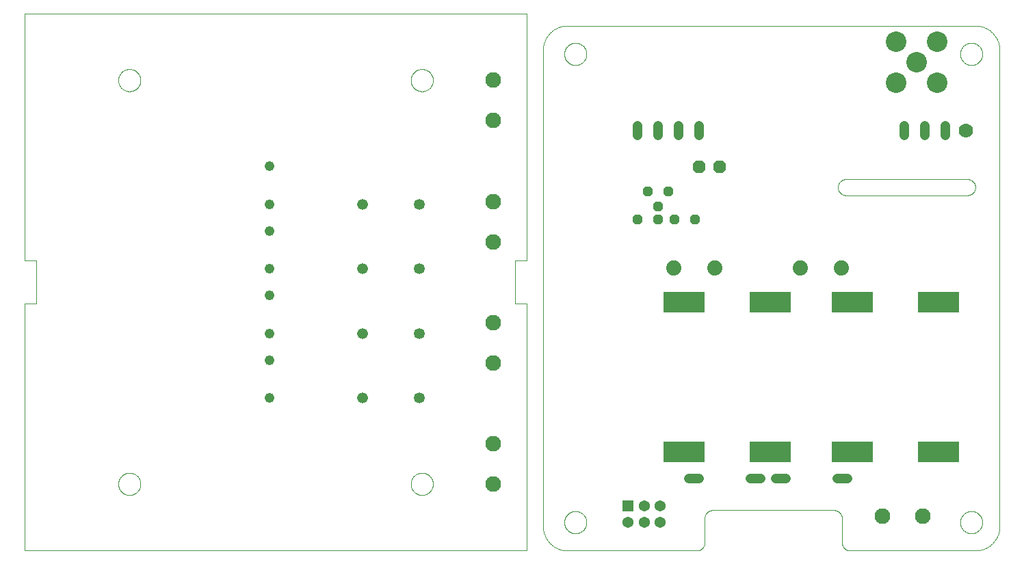
<source format=gtl>
G75*
%MOIN*%
%OFA0B0*%
%FSLAX25Y25*%
%IPPOS*%
%LPD*%
%AMOC8*
5,1,8,0,0,1.08239X$1,22.5*
%
%ADD10C,0.00000*%
%ADD11C,0.04800*%
%ADD12C,0.05250*%
%ADD13C,0.05315*%
%ADD14C,0.07677*%
%ADD15C,0.10000*%
%ADD16R,0.05400X0.05400*%
%ADD17C,0.05400*%
%ADD18C,0.07400*%
%ADD19OC8,0.04800*%
%ADD20R,0.09843X0.09843*%
%ADD21C,0.04800*%
%ADD22OC8,0.06300*%
%ADD23C,0.04724*%
%ADD24C,0.07000*%
D10*
X0001000Y0033905D02*
X0245882Y0033905D01*
X0245882Y0154378D01*
X0239976Y0154378D01*
X0239976Y0175244D01*
X0245882Y0175244D01*
X0245882Y0295716D01*
X0001000Y0295716D01*
X0001000Y0175244D01*
X0006906Y0175244D01*
X0006906Y0154378D01*
X0001000Y0154378D01*
X0001000Y0033905D01*
X0046768Y0066386D02*
X0046770Y0066533D01*
X0046776Y0066679D01*
X0046786Y0066825D01*
X0046800Y0066971D01*
X0046818Y0067117D01*
X0046839Y0067262D01*
X0046865Y0067406D01*
X0046895Y0067550D01*
X0046928Y0067692D01*
X0046965Y0067834D01*
X0047006Y0067975D01*
X0047051Y0068114D01*
X0047100Y0068253D01*
X0047152Y0068390D01*
X0047209Y0068525D01*
X0047268Y0068659D01*
X0047332Y0068791D01*
X0047399Y0068921D01*
X0047469Y0069050D01*
X0047543Y0069177D01*
X0047620Y0069301D01*
X0047701Y0069424D01*
X0047785Y0069544D01*
X0047872Y0069662D01*
X0047962Y0069777D01*
X0048055Y0069890D01*
X0048152Y0070001D01*
X0048251Y0070109D01*
X0048353Y0070214D01*
X0048458Y0070316D01*
X0048566Y0070415D01*
X0048677Y0070512D01*
X0048790Y0070605D01*
X0048905Y0070695D01*
X0049023Y0070782D01*
X0049143Y0070866D01*
X0049266Y0070947D01*
X0049390Y0071024D01*
X0049517Y0071098D01*
X0049646Y0071168D01*
X0049776Y0071235D01*
X0049908Y0071299D01*
X0050042Y0071358D01*
X0050177Y0071415D01*
X0050314Y0071467D01*
X0050453Y0071516D01*
X0050592Y0071561D01*
X0050733Y0071602D01*
X0050875Y0071639D01*
X0051017Y0071672D01*
X0051161Y0071702D01*
X0051305Y0071728D01*
X0051450Y0071749D01*
X0051596Y0071767D01*
X0051742Y0071781D01*
X0051888Y0071791D01*
X0052034Y0071797D01*
X0052181Y0071799D01*
X0052328Y0071797D01*
X0052474Y0071791D01*
X0052620Y0071781D01*
X0052766Y0071767D01*
X0052912Y0071749D01*
X0053057Y0071728D01*
X0053201Y0071702D01*
X0053345Y0071672D01*
X0053487Y0071639D01*
X0053629Y0071602D01*
X0053770Y0071561D01*
X0053909Y0071516D01*
X0054048Y0071467D01*
X0054185Y0071415D01*
X0054320Y0071358D01*
X0054454Y0071299D01*
X0054586Y0071235D01*
X0054716Y0071168D01*
X0054845Y0071098D01*
X0054972Y0071024D01*
X0055096Y0070947D01*
X0055219Y0070866D01*
X0055339Y0070782D01*
X0055457Y0070695D01*
X0055572Y0070605D01*
X0055685Y0070512D01*
X0055796Y0070415D01*
X0055904Y0070316D01*
X0056009Y0070214D01*
X0056111Y0070109D01*
X0056210Y0070001D01*
X0056307Y0069890D01*
X0056400Y0069777D01*
X0056490Y0069662D01*
X0056577Y0069544D01*
X0056661Y0069424D01*
X0056742Y0069301D01*
X0056819Y0069177D01*
X0056893Y0069050D01*
X0056963Y0068921D01*
X0057030Y0068791D01*
X0057094Y0068659D01*
X0057153Y0068525D01*
X0057210Y0068390D01*
X0057262Y0068253D01*
X0057311Y0068114D01*
X0057356Y0067975D01*
X0057397Y0067834D01*
X0057434Y0067692D01*
X0057467Y0067550D01*
X0057497Y0067406D01*
X0057523Y0067262D01*
X0057544Y0067117D01*
X0057562Y0066971D01*
X0057576Y0066825D01*
X0057586Y0066679D01*
X0057592Y0066533D01*
X0057594Y0066386D01*
X0057592Y0066239D01*
X0057586Y0066093D01*
X0057576Y0065947D01*
X0057562Y0065801D01*
X0057544Y0065655D01*
X0057523Y0065510D01*
X0057497Y0065366D01*
X0057467Y0065222D01*
X0057434Y0065080D01*
X0057397Y0064938D01*
X0057356Y0064797D01*
X0057311Y0064658D01*
X0057262Y0064519D01*
X0057210Y0064382D01*
X0057153Y0064247D01*
X0057094Y0064113D01*
X0057030Y0063981D01*
X0056963Y0063851D01*
X0056893Y0063722D01*
X0056819Y0063595D01*
X0056742Y0063471D01*
X0056661Y0063348D01*
X0056577Y0063228D01*
X0056490Y0063110D01*
X0056400Y0062995D01*
X0056307Y0062882D01*
X0056210Y0062771D01*
X0056111Y0062663D01*
X0056009Y0062558D01*
X0055904Y0062456D01*
X0055796Y0062357D01*
X0055685Y0062260D01*
X0055572Y0062167D01*
X0055457Y0062077D01*
X0055339Y0061990D01*
X0055219Y0061906D01*
X0055096Y0061825D01*
X0054972Y0061748D01*
X0054845Y0061674D01*
X0054716Y0061604D01*
X0054586Y0061537D01*
X0054454Y0061473D01*
X0054320Y0061414D01*
X0054185Y0061357D01*
X0054048Y0061305D01*
X0053909Y0061256D01*
X0053770Y0061211D01*
X0053629Y0061170D01*
X0053487Y0061133D01*
X0053345Y0061100D01*
X0053201Y0061070D01*
X0053057Y0061044D01*
X0052912Y0061023D01*
X0052766Y0061005D01*
X0052620Y0060991D01*
X0052474Y0060981D01*
X0052328Y0060975D01*
X0052181Y0060973D01*
X0052034Y0060975D01*
X0051888Y0060981D01*
X0051742Y0060991D01*
X0051596Y0061005D01*
X0051450Y0061023D01*
X0051305Y0061044D01*
X0051161Y0061070D01*
X0051017Y0061100D01*
X0050875Y0061133D01*
X0050733Y0061170D01*
X0050592Y0061211D01*
X0050453Y0061256D01*
X0050314Y0061305D01*
X0050177Y0061357D01*
X0050042Y0061414D01*
X0049908Y0061473D01*
X0049776Y0061537D01*
X0049646Y0061604D01*
X0049517Y0061674D01*
X0049390Y0061748D01*
X0049266Y0061825D01*
X0049143Y0061906D01*
X0049023Y0061990D01*
X0048905Y0062077D01*
X0048790Y0062167D01*
X0048677Y0062260D01*
X0048566Y0062357D01*
X0048458Y0062456D01*
X0048353Y0062558D01*
X0048251Y0062663D01*
X0048152Y0062771D01*
X0048055Y0062882D01*
X0047962Y0062995D01*
X0047872Y0063110D01*
X0047785Y0063228D01*
X0047701Y0063348D01*
X0047620Y0063471D01*
X0047543Y0063595D01*
X0047469Y0063722D01*
X0047399Y0063851D01*
X0047332Y0063981D01*
X0047268Y0064113D01*
X0047209Y0064247D01*
X0047152Y0064382D01*
X0047100Y0064519D01*
X0047051Y0064658D01*
X0047006Y0064797D01*
X0046965Y0064938D01*
X0046928Y0065080D01*
X0046895Y0065222D01*
X0046865Y0065366D01*
X0046839Y0065510D01*
X0046818Y0065655D01*
X0046800Y0065801D01*
X0046786Y0065947D01*
X0046776Y0066093D01*
X0046770Y0066239D01*
X0046768Y0066386D01*
X0189288Y0066386D02*
X0189290Y0066533D01*
X0189296Y0066679D01*
X0189306Y0066825D01*
X0189320Y0066971D01*
X0189338Y0067117D01*
X0189359Y0067262D01*
X0189385Y0067406D01*
X0189415Y0067550D01*
X0189448Y0067692D01*
X0189485Y0067834D01*
X0189526Y0067975D01*
X0189571Y0068114D01*
X0189620Y0068253D01*
X0189672Y0068390D01*
X0189729Y0068525D01*
X0189788Y0068659D01*
X0189852Y0068791D01*
X0189919Y0068921D01*
X0189989Y0069050D01*
X0190063Y0069177D01*
X0190140Y0069301D01*
X0190221Y0069424D01*
X0190305Y0069544D01*
X0190392Y0069662D01*
X0190482Y0069777D01*
X0190575Y0069890D01*
X0190672Y0070001D01*
X0190771Y0070109D01*
X0190873Y0070214D01*
X0190978Y0070316D01*
X0191086Y0070415D01*
X0191197Y0070512D01*
X0191310Y0070605D01*
X0191425Y0070695D01*
X0191543Y0070782D01*
X0191663Y0070866D01*
X0191786Y0070947D01*
X0191910Y0071024D01*
X0192037Y0071098D01*
X0192166Y0071168D01*
X0192296Y0071235D01*
X0192428Y0071299D01*
X0192562Y0071358D01*
X0192697Y0071415D01*
X0192834Y0071467D01*
X0192973Y0071516D01*
X0193112Y0071561D01*
X0193253Y0071602D01*
X0193395Y0071639D01*
X0193537Y0071672D01*
X0193681Y0071702D01*
X0193825Y0071728D01*
X0193970Y0071749D01*
X0194116Y0071767D01*
X0194262Y0071781D01*
X0194408Y0071791D01*
X0194554Y0071797D01*
X0194701Y0071799D01*
X0194848Y0071797D01*
X0194994Y0071791D01*
X0195140Y0071781D01*
X0195286Y0071767D01*
X0195432Y0071749D01*
X0195577Y0071728D01*
X0195721Y0071702D01*
X0195865Y0071672D01*
X0196007Y0071639D01*
X0196149Y0071602D01*
X0196290Y0071561D01*
X0196429Y0071516D01*
X0196568Y0071467D01*
X0196705Y0071415D01*
X0196840Y0071358D01*
X0196974Y0071299D01*
X0197106Y0071235D01*
X0197236Y0071168D01*
X0197365Y0071098D01*
X0197492Y0071024D01*
X0197616Y0070947D01*
X0197739Y0070866D01*
X0197859Y0070782D01*
X0197977Y0070695D01*
X0198092Y0070605D01*
X0198205Y0070512D01*
X0198316Y0070415D01*
X0198424Y0070316D01*
X0198529Y0070214D01*
X0198631Y0070109D01*
X0198730Y0070001D01*
X0198827Y0069890D01*
X0198920Y0069777D01*
X0199010Y0069662D01*
X0199097Y0069544D01*
X0199181Y0069424D01*
X0199262Y0069301D01*
X0199339Y0069177D01*
X0199413Y0069050D01*
X0199483Y0068921D01*
X0199550Y0068791D01*
X0199614Y0068659D01*
X0199673Y0068525D01*
X0199730Y0068390D01*
X0199782Y0068253D01*
X0199831Y0068114D01*
X0199876Y0067975D01*
X0199917Y0067834D01*
X0199954Y0067692D01*
X0199987Y0067550D01*
X0200017Y0067406D01*
X0200043Y0067262D01*
X0200064Y0067117D01*
X0200082Y0066971D01*
X0200096Y0066825D01*
X0200106Y0066679D01*
X0200112Y0066533D01*
X0200114Y0066386D01*
X0200112Y0066239D01*
X0200106Y0066093D01*
X0200096Y0065947D01*
X0200082Y0065801D01*
X0200064Y0065655D01*
X0200043Y0065510D01*
X0200017Y0065366D01*
X0199987Y0065222D01*
X0199954Y0065080D01*
X0199917Y0064938D01*
X0199876Y0064797D01*
X0199831Y0064658D01*
X0199782Y0064519D01*
X0199730Y0064382D01*
X0199673Y0064247D01*
X0199614Y0064113D01*
X0199550Y0063981D01*
X0199483Y0063851D01*
X0199413Y0063722D01*
X0199339Y0063595D01*
X0199262Y0063471D01*
X0199181Y0063348D01*
X0199097Y0063228D01*
X0199010Y0063110D01*
X0198920Y0062995D01*
X0198827Y0062882D01*
X0198730Y0062771D01*
X0198631Y0062663D01*
X0198529Y0062558D01*
X0198424Y0062456D01*
X0198316Y0062357D01*
X0198205Y0062260D01*
X0198092Y0062167D01*
X0197977Y0062077D01*
X0197859Y0061990D01*
X0197739Y0061906D01*
X0197616Y0061825D01*
X0197492Y0061748D01*
X0197365Y0061674D01*
X0197236Y0061604D01*
X0197106Y0061537D01*
X0196974Y0061473D01*
X0196840Y0061414D01*
X0196705Y0061357D01*
X0196568Y0061305D01*
X0196429Y0061256D01*
X0196290Y0061211D01*
X0196149Y0061170D01*
X0196007Y0061133D01*
X0195865Y0061100D01*
X0195721Y0061070D01*
X0195577Y0061044D01*
X0195432Y0061023D01*
X0195286Y0061005D01*
X0195140Y0060991D01*
X0194994Y0060981D01*
X0194848Y0060975D01*
X0194701Y0060973D01*
X0194554Y0060975D01*
X0194408Y0060981D01*
X0194262Y0060991D01*
X0194116Y0061005D01*
X0193970Y0061023D01*
X0193825Y0061044D01*
X0193681Y0061070D01*
X0193537Y0061100D01*
X0193395Y0061133D01*
X0193253Y0061170D01*
X0193112Y0061211D01*
X0192973Y0061256D01*
X0192834Y0061305D01*
X0192697Y0061357D01*
X0192562Y0061414D01*
X0192428Y0061473D01*
X0192296Y0061537D01*
X0192166Y0061604D01*
X0192037Y0061674D01*
X0191910Y0061748D01*
X0191786Y0061825D01*
X0191663Y0061906D01*
X0191543Y0061990D01*
X0191425Y0062077D01*
X0191310Y0062167D01*
X0191197Y0062260D01*
X0191086Y0062357D01*
X0190978Y0062456D01*
X0190873Y0062558D01*
X0190771Y0062663D01*
X0190672Y0062771D01*
X0190575Y0062882D01*
X0190482Y0062995D01*
X0190392Y0063110D01*
X0190305Y0063228D01*
X0190221Y0063348D01*
X0190140Y0063471D01*
X0190063Y0063595D01*
X0189989Y0063722D01*
X0189919Y0063851D01*
X0189852Y0063981D01*
X0189788Y0064113D01*
X0189729Y0064247D01*
X0189672Y0064382D01*
X0189620Y0064519D01*
X0189571Y0064658D01*
X0189526Y0064797D01*
X0189485Y0064938D01*
X0189448Y0065080D01*
X0189415Y0065222D01*
X0189385Y0065366D01*
X0189359Y0065510D01*
X0189338Y0065655D01*
X0189320Y0065801D01*
X0189306Y0065947D01*
X0189296Y0066093D01*
X0189290Y0066239D01*
X0189288Y0066386D01*
X0253756Y0045716D02*
X0253756Y0278000D01*
X0253759Y0278285D01*
X0253770Y0278571D01*
X0253787Y0278856D01*
X0253811Y0279140D01*
X0253842Y0279424D01*
X0253880Y0279707D01*
X0253925Y0279988D01*
X0253976Y0280269D01*
X0254034Y0280549D01*
X0254099Y0280827D01*
X0254171Y0281103D01*
X0254249Y0281377D01*
X0254334Y0281650D01*
X0254426Y0281920D01*
X0254524Y0282188D01*
X0254628Y0282454D01*
X0254739Y0282717D01*
X0254856Y0282977D01*
X0254979Y0283235D01*
X0255109Y0283489D01*
X0255245Y0283740D01*
X0255386Y0283988D01*
X0255534Y0284232D01*
X0255687Y0284473D01*
X0255847Y0284709D01*
X0256012Y0284942D01*
X0256182Y0285171D01*
X0256358Y0285396D01*
X0256540Y0285616D01*
X0256726Y0285832D01*
X0256918Y0286043D01*
X0257115Y0286250D01*
X0257317Y0286452D01*
X0257524Y0286649D01*
X0257735Y0286841D01*
X0257951Y0287027D01*
X0258171Y0287209D01*
X0258396Y0287385D01*
X0258625Y0287555D01*
X0258858Y0287720D01*
X0259094Y0287880D01*
X0259335Y0288033D01*
X0259579Y0288181D01*
X0259827Y0288322D01*
X0260078Y0288458D01*
X0260332Y0288588D01*
X0260590Y0288711D01*
X0260850Y0288828D01*
X0261113Y0288939D01*
X0261379Y0289043D01*
X0261647Y0289141D01*
X0261917Y0289233D01*
X0262190Y0289318D01*
X0262464Y0289396D01*
X0262740Y0289468D01*
X0263018Y0289533D01*
X0263298Y0289591D01*
X0263579Y0289642D01*
X0263860Y0289687D01*
X0264143Y0289725D01*
X0264427Y0289756D01*
X0264711Y0289780D01*
X0264996Y0289797D01*
X0265282Y0289808D01*
X0265567Y0289811D01*
X0464386Y0289811D01*
X0464671Y0289808D01*
X0464957Y0289797D01*
X0465242Y0289780D01*
X0465526Y0289756D01*
X0465810Y0289725D01*
X0466093Y0289687D01*
X0466374Y0289642D01*
X0466655Y0289591D01*
X0466935Y0289533D01*
X0467213Y0289468D01*
X0467489Y0289396D01*
X0467763Y0289318D01*
X0468036Y0289233D01*
X0468306Y0289141D01*
X0468574Y0289043D01*
X0468840Y0288939D01*
X0469103Y0288828D01*
X0469363Y0288711D01*
X0469621Y0288588D01*
X0469875Y0288458D01*
X0470126Y0288322D01*
X0470374Y0288181D01*
X0470618Y0288033D01*
X0470859Y0287880D01*
X0471095Y0287720D01*
X0471328Y0287555D01*
X0471557Y0287385D01*
X0471782Y0287209D01*
X0472002Y0287027D01*
X0472218Y0286841D01*
X0472429Y0286649D01*
X0472636Y0286452D01*
X0472838Y0286250D01*
X0473035Y0286043D01*
X0473227Y0285832D01*
X0473413Y0285616D01*
X0473595Y0285396D01*
X0473771Y0285171D01*
X0473941Y0284942D01*
X0474106Y0284709D01*
X0474266Y0284473D01*
X0474419Y0284232D01*
X0474567Y0283988D01*
X0474708Y0283740D01*
X0474844Y0283489D01*
X0474974Y0283235D01*
X0475097Y0282977D01*
X0475214Y0282717D01*
X0475325Y0282454D01*
X0475429Y0282188D01*
X0475527Y0281920D01*
X0475619Y0281650D01*
X0475704Y0281377D01*
X0475782Y0281103D01*
X0475854Y0280827D01*
X0475919Y0280549D01*
X0475977Y0280269D01*
X0476028Y0279988D01*
X0476073Y0279707D01*
X0476111Y0279424D01*
X0476142Y0279140D01*
X0476166Y0278856D01*
X0476183Y0278571D01*
X0476194Y0278285D01*
X0476197Y0278000D01*
X0476197Y0045716D01*
X0476194Y0045431D01*
X0476183Y0045145D01*
X0476166Y0044860D01*
X0476142Y0044576D01*
X0476111Y0044292D01*
X0476073Y0044009D01*
X0476028Y0043728D01*
X0475977Y0043447D01*
X0475919Y0043167D01*
X0475854Y0042889D01*
X0475782Y0042613D01*
X0475704Y0042339D01*
X0475619Y0042066D01*
X0475527Y0041796D01*
X0475429Y0041528D01*
X0475325Y0041262D01*
X0475214Y0040999D01*
X0475097Y0040739D01*
X0474974Y0040481D01*
X0474844Y0040227D01*
X0474708Y0039976D01*
X0474567Y0039728D01*
X0474419Y0039484D01*
X0474266Y0039243D01*
X0474106Y0039007D01*
X0473941Y0038774D01*
X0473771Y0038545D01*
X0473595Y0038320D01*
X0473413Y0038100D01*
X0473227Y0037884D01*
X0473035Y0037673D01*
X0472838Y0037466D01*
X0472636Y0037264D01*
X0472429Y0037067D01*
X0472218Y0036875D01*
X0472002Y0036689D01*
X0471782Y0036507D01*
X0471557Y0036331D01*
X0471328Y0036161D01*
X0471095Y0035996D01*
X0470859Y0035836D01*
X0470618Y0035683D01*
X0470374Y0035535D01*
X0470126Y0035394D01*
X0469875Y0035258D01*
X0469621Y0035128D01*
X0469363Y0035005D01*
X0469103Y0034888D01*
X0468840Y0034777D01*
X0468574Y0034673D01*
X0468306Y0034575D01*
X0468036Y0034483D01*
X0467763Y0034398D01*
X0467489Y0034320D01*
X0467213Y0034248D01*
X0466935Y0034183D01*
X0466655Y0034125D01*
X0466374Y0034074D01*
X0466093Y0034029D01*
X0465810Y0033991D01*
X0465526Y0033960D01*
X0465242Y0033936D01*
X0464957Y0033919D01*
X0464671Y0033908D01*
X0464386Y0033905D01*
X0403362Y0033905D01*
X0403238Y0033907D01*
X0403115Y0033913D01*
X0402991Y0033922D01*
X0402869Y0033936D01*
X0402746Y0033953D01*
X0402624Y0033975D01*
X0402503Y0034000D01*
X0402383Y0034029D01*
X0402264Y0034061D01*
X0402145Y0034098D01*
X0402028Y0034138D01*
X0401913Y0034181D01*
X0401798Y0034229D01*
X0401686Y0034280D01*
X0401575Y0034334D01*
X0401465Y0034392D01*
X0401358Y0034453D01*
X0401252Y0034518D01*
X0401149Y0034586D01*
X0401048Y0034657D01*
X0400949Y0034731D01*
X0400852Y0034808D01*
X0400758Y0034889D01*
X0400667Y0034972D01*
X0400578Y0035058D01*
X0400492Y0035147D01*
X0400409Y0035238D01*
X0400328Y0035332D01*
X0400251Y0035429D01*
X0400177Y0035528D01*
X0400106Y0035629D01*
X0400038Y0035732D01*
X0399973Y0035838D01*
X0399912Y0035945D01*
X0399854Y0036055D01*
X0399800Y0036166D01*
X0399749Y0036278D01*
X0399701Y0036393D01*
X0399658Y0036508D01*
X0399618Y0036625D01*
X0399581Y0036744D01*
X0399549Y0036863D01*
X0399520Y0036983D01*
X0399495Y0037104D01*
X0399473Y0037226D01*
X0399456Y0037349D01*
X0399442Y0037471D01*
X0399433Y0037595D01*
X0399427Y0037718D01*
X0399425Y0037842D01*
X0399425Y0049653D01*
X0399423Y0049777D01*
X0399417Y0049900D01*
X0399408Y0050024D01*
X0399394Y0050146D01*
X0399377Y0050269D01*
X0399355Y0050391D01*
X0399330Y0050512D01*
X0399301Y0050632D01*
X0399269Y0050751D01*
X0399232Y0050870D01*
X0399192Y0050987D01*
X0399149Y0051102D01*
X0399101Y0051217D01*
X0399050Y0051329D01*
X0398996Y0051440D01*
X0398938Y0051550D01*
X0398877Y0051657D01*
X0398812Y0051763D01*
X0398744Y0051866D01*
X0398673Y0051967D01*
X0398599Y0052066D01*
X0398522Y0052163D01*
X0398441Y0052257D01*
X0398358Y0052348D01*
X0398272Y0052437D01*
X0398183Y0052523D01*
X0398092Y0052606D01*
X0397998Y0052687D01*
X0397901Y0052764D01*
X0397802Y0052838D01*
X0397701Y0052909D01*
X0397598Y0052977D01*
X0397492Y0053042D01*
X0397385Y0053103D01*
X0397275Y0053161D01*
X0397164Y0053215D01*
X0397052Y0053266D01*
X0396937Y0053314D01*
X0396822Y0053357D01*
X0396705Y0053397D01*
X0396586Y0053434D01*
X0396467Y0053466D01*
X0396347Y0053495D01*
X0396226Y0053520D01*
X0396104Y0053542D01*
X0395981Y0053559D01*
X0395859Y0053573D01*
X0395735Y0053582D01*
X0395612Y0053588D01*
X0395488Y0053590D01*
X0336433Y0053590D01*
X0336309Y0053588D01*
X0336186Y0053582D01*
X0336062Y0053573D01*
X0335940Y0053559D01*
X0335817Y0053542D01*
X0335695Y0053520D01*
X0335574Y0053495D01*
X0335454Y0053466D01*
X0335335Y0053434D01*
X0335216Y0053397D01*
X0335099Y0053357D01*
X0334984Y0053314D01*
X0334869Y0053266D01*
X0334757Y0053215D01*
X0334646Y0053161D01*
X0334536Y0053103D01*
X0334429Y0053042D01*
X0334323Y0052977D01*
X0334220Y0052909D01*
X0334119Y0052838D01*
X0334020Y0052764D01*
X0333923Y0052687D01*
X0333829Y0052606D01*
X0333738Y0052523D01*
X0333649Y0052437D01*
X0333563Y0052348D01*
X0333480Y0052257D01*
X0333399Y0052163D01*
X0333322Y0052066D01*
X0333248Y0051967D01*
X0333177Y0051866D01*
X0333109Y0051763D01*
X0333044Y0051657D01*
X0332983Y0051550D01*
X0332925Y0051440D01*
X0332871Y0051329D01*
X0332820Y0051217D01*
X0332772Y0051102D01*
X0332729Y0050987D01*
X0332689Y0050870D01*
X0332652Y0050751D01*
X0332620Y0050632D01*
X0332591Y0050512D01*
X0332566Y0050391D01*
X0332544Y0050269D01*
X0332527Y0050146D01*
X0332513Y0050024D01*
X0332504Y0049900D01*
X0332498Y0049777D01*
X0332496Y0049653D01*
X0332496Y0037842D01*
X0332494Y0037718D01*
X0332488Y0037595D01*
X0332479Y0037471D01*
X0332465Y0037349D01*
X0332448Y0037226D01*
X0332426Y0037104D01*
X0332401Y0036983D01*
X0332372Y0036863D01*
X0332340Y0036744D01*
X0332303Y0036625D01*
X0332263Y0036508D01*
X0332220Y0036393D01*
X0332172Y0036278D01*
X0332121Y0036166D01*
X0332067Y0036055D01*
X0332009Y0035945D01*
X0331948Y0035838D01*
X0331883Y0035732D01*
X0331815Y0035629D01*
X0331744Y0035528D01*
X0331670Y0035429D01*
X0331593Y0035332D01*
X0331512Y0035238D01*
X0331429Y0035147D01*
X0331343Y0035058D01*
X0331254Y0034972D01*
X0331163Y0034889D01*
X0331069Y0034808D01*
X0330972Y0034731D01*
X0330873Y0034657D01*
X0330772Y0034586D01*
X0330669Y0034518D01*
X0330563Y0034453D01*
X0330456Y0034392D01*
X0330346Y0034334D01*
X0330235Y0034280D01*
X0330123Y0034229D01*
X0330008Y0034181D01*
X0329893Y0034138D01*
X0329776Y0034098D01*
X0329657Y0034061D01*
X0329538Y0034029D01*
X0329418Y0034000D01*
X0329297Y0033975D01*
X0329175Y0033953D01*
X0329052Y0033936D01*
X0328930Y0033922D01*
X0328806Y0033913D01*
X0328683Y0033907D01*
X0328559Y0033905D01*
X0265567Y0033905D01*
X0265282Y0033908D01*
X0264996Y0033919D01*
X0264711Y0033936D01*
X0264427Y0033960D01*
X0264143Y0033991D01*
X0263860Y0034029D01*
X0263579Y0034074D01*
X0263298Y0034125D01*
X0263018Y0034183D01*
X0262740Y0034248D01*
X0262464Y0034320D01*
X0262190Y0034398D01*
X0261917Y0034483D01*
X0261647Y0034575D01*
X0261379Y0034673D01*
X0261113Y0034777D01*
X0260850Y0034888D01*
X0260590Y0035005D01*
X0260332Y0035128D01*
X0260078Y0035258D01*
X0259827Y0035394D01*
X0259579Y0035535D01*
X0259335Y0035683D01*
X0259094Y0035836D01*
X0258858Y0035996D01*
X0258625Y0036161D01*
X0258396Y0036331D01*
X0258171Y0036507D01*
X0257951Y0036689D01*
X0257735Y0036875D01*
X0257524Y0037067D01*
X0257317Y0037264D01*
X0257115Y0037466D01*
X0256918Y0037673D01*
X0256726Y0037884D01*
X0256540Y0038100D01*
X0256358Y0038320D01*
X0256182Y0038545D01*
X0256012Y0038774D01*
X0255847Y0039007D01*
X0255687Y0039243D01*
X0255534Y0039484D01*
X0255386Y0039728D01*
X0255245Y0039976D01*
X0255109Y0040227D01*
X0254979Y0040481D01*
X0254856Y0040739D01*
X0254739Y0040999D01*
X0254628Y0041262D01*
X0254524Y0041528D01*
X0254426Y0041796D01*
X0254334Y0042066D01*
X0254249Y0042339D01*
X0254171Y0042613D01*
X0254099Y0042889D01*
X0254034Y0043167D01*
X0253976Y0043447D01*
X0253925Y0043728D01*
X0253880Y0044009D01*
X0253842Y0044292D01*
X0253811Y0044576D01*
X0253787Y0044860D01*
X0253770Y0045145D01*
X0253759Y0045431D01*
X0253756Y0045716D01*
X0264091Y0047685D02*
X0264093Y0047832D01*
X0264099Y0047978D01*
X0264109Y0048124D01*
X0264123Y0048270D01*
X0264141Y0048416D01*
X0264162Y0048561D01*
X0264188Y0048705D01*
X0264218Y0048849D01*
X0264251Y0048991D01*
X0264288Y0049133D01*
X0264329Y0049274D01*
X0264374Y0049413D01*
X0264423Y0049552D01*
X0264475Y0049689D01*
X0264532Y0049824D01*
X0264591Y0049958D01*
X0264655Y0050090D01*
X0264722Y0050220D01*
X0264792Y0050349D01*
X0264866Y0050476D01*
X0264943Y0050600D01*
X0265024Y0050723D01*
X0265108Y0050843D01*
X0265195Y0050961D01*
X0265285Y0051076D01*
X0265378Y0051189D01*
X0265475Y0051300D01*
X0265574Y0051408D01*
X0265676Y0051513D01*
X0265781Y0051615D01*
X0265889Y0051714D01*
X0266000Y0051811D01*
X0266113Y0051904D01*
X0266228Y0051994D01*
X0266346Y0052081D01*
X0266466Y0052165D01*
X0266589Y0052246D01*
X0266713Y0052323D01*
X0266840Y0052397D01*
X0266969Y0052467D01*
X0267099Y0052534D01*
X0267231Y0052598D01*
X0267365Y0052657D01*
X0267500Y0052714D01*
X0267637Y0052766D01*
X0267776Y0052815D01*
X0267915Y0052860D01*
X0268056Y0052901D01*
X0268198Y0052938D01*
X0268340Y0052971D01*
X0268484Y0053001D01*
X0268628Y0053027D01*
X0268773Y0053048D01*
X0268919Y0053066D01*
X0269065Y0053080D01*
X0269211Y0053090D01*
X0269357Y0053096D01*
X0269504Y0053098D01*
X0269651Y0053096D01*
X0269797Y0053090D01*
X0269943Y0053080D01*
X0270089Y0053066D01*
X0270235Y0053048D01*
X0270380Y0053027D01*
X0270524Y0053001D01*
X0270668Y0052971D01*
X0270810Y0052938D01*
X0270952Y0052901D01*
X0271093Y0052860D01*
X0271232Y0052815D01*
X0271371Y0052766D01*
X0271508Y0052714D01*
X0271643Y0052657D01*
X0271777Y0052598D01*
X0271909Y0052534D01*
X0272039Y0052467D01*
X0272168Y0052397D01*
X0272295Y0052323D01*
X0272419Y0052246D01*
X0272542Y0052165D01*
X0272662Y0052081D01*
X0272780Y0051994D01*
X0272895Y0051904D01*
X0273008Y0051811D01*
X0273119Y0051714D01*
X0273227Y0051615D01*
X0273332Y0051513D01*
X0273434Y0051408D01*
X0273533Y0051300D01*
X0273630Y0051189D01*
X0273723Y0051076D01*
X0273813Y0050961D01*
X0273900Y0050843D01*
X0273984Y0050723D01*
X0274065Y0050600D01*
X0274142Y0050476D01*
X0274216Y0050349D01*
X0274286Y0050220D01*
X0274353Y0050090D01*
X0274417Y0049958D01*
X0274476Y0049824D01*
X0274533Y0049689D01*
X0274585Y0049552D01*
X0274634Y0049413D01*
X0274679Y0049274D01*
X0274720Y0049133D01*
X0274757Y0048991D01*
X0274790Y0048849D01*
X0274820Y0048705D01*
X0274846Y0048561D01*
X0274867Y0048416D01*
X0274885Y0048270D01*
X0274899Y0048124D01*
X0274909Y0047978D01*
X0274915Y0047832D01*
X0274917Y0047685D01*
X0274915Y0047538D01*
X0274909Y0047392D01*
X0274899Y0047246D01*
X0274885Y0047100D01*
X0274867Y0046954D01*
X0274846Y0046809D01*
X0274820Y0046665D01*
X0274790Y0046521D01*
X0274757Y0046379D01*
X0274720Y0046237D01*
X0274679Y0046096D01*
X0274634Y0045957D01*
X0274585Y0045818D01*
X0274533Y0045681D01*
X0274476Y0045546D01*
X0274417Y0045412D01*
X0274353Y0045280D01*
X0274286Y0045150D01*
X0274216Y0045021D01*
X0274142Y0044894D01*
X0274065Y0044770D01*
X0273984Y0044647D01*
X0273900Y0044527D01*
X0273813Y0044409D01*
X0273723Y0044294D01*
X0273630Y0044181D01*
X0273533Y0044070D01*
X0273434Y0043962D01*
X0273332Y0043857D01*
X0273227Y0043755D01*
X0273119Y0043656D01*
X0273008Y0043559D01*
X0272895Y0043466D01*
X0272780Y0043376D01*
X0272662Y0043289D01*
X0272542Y0043205D01*
X0272419Y0043124D01*
X0272295Y0043047D01*
X0272168Y0042973D01*
X0272039Y0042903D01*
X0271909Y0042836D01*
X0271777Y0042772D01*
X0271643Y0042713D01*
X0271508Y0042656D01*
X0271371Y0042604D01*
X0271232Y0042555D01*
X0271093Y0042510D01*
X0270952Y0042469D01*
X0270810Y0042432D01*
X0270668Y0042399D01*
X0270524Y0042369D01*
X0270380Y0042343D01*
X0270235Y0042322D01*
X0270089Y0042304D01*
X0269943Y0042290D01*
X0269797Y0042280D01*
X0269651Y0042274D01*
X0269504Y0042272D01*
X0269357Y0042274D01*
X0269211Y0042280D01*
X0269065Y0042290D01*
X0268919Y0042304D01*
X0268773Y0042322D01*
X0268628Y0042343D01*
X0268484Y0042369D01*
X0268340Y0042399D01*
X0268198Y0042432D01*
X0268056Y0042469D01*
X0267915Y0042510D01*
X0267776Y0042555D01*
X0267637Y0042604D01*
X0267500Y0042656D01*
X0267365Y0042713D01*
X0267231Y0042772D01*
X0267099Y0042836D01*
X0266969Y0042903D01*
X0266840Y0042973D01*
X0266713Y0043047D01*
X0266589Y0043124D01*
X0266466Y0043205D01*
X0266346Y0043289D01*
X0266228Y0043376D01*
X0266113Y0043466D01*
X0266000Y0043559D01*
X0265889Y0043656D01*
X0265781Y0043755D01*
X0265676Y0043857D01*
X0265574Y0043962D01*
X0265475Y0044070D01*
X0265378Y0044181D01*
X0265285Y0044294D01*
X0265195Y0044409D01*
X0265108Y0044527D01*
X0265024Y0044647D01*
X0264943Y0044770D01*
X0264866Y0044894D01*
X0264792Y0045021D01*
X0264722Y0045150D01*
X0264655Y0045280D01*
X0264591Y0045412D01*
X0264532Y0045546D01*
X0264475Y0045681D01*
X0264423Y0045818D01*
X0264374Y0045957D01*
X0264329Y0046096D01*
X0264288Y0046237D01*
X0264251Y0046379D01*
X0264218Y0046521D01*
X0264188Y0046665D01*
X0264162Y0046809D01*
X0264141Y0046954D01*
X0264123Y0047100D01*
X0264109Y0047246D01*
X0264099Y0047392D01*
X0264093Y0047538D01*
X0264091Y0047685D01*
X0457004Y0047685D02*
X0457006Y0047832D01*
X0457012Y0047978D01*
X0457022Y0048124D01*
X0457036Y0048270D01*
X0457054Y0048416D01*
X0457075Y0048561D01*
X0457101Y0048705D01*
X0457131Y0048849D01*
X0457164Y0048991D01*
X0457201Y0049133D01*
X0457242Y0049274D01*
X0457287Y0049413D01*
X0457336Y0049552D01*
X0457388Y0049689D01*
X0457445Y0049824D01*
X0457504Y0049958D01*
X0457568Y0050090D01*
X0457635Y0050220D01*
X0457705Y0050349D01*
X0457779Y0050476D01*
X0457856Y0050600D01*
X0457937Y0050723D01*
X0458021Y0050843D01*
X0458108Y0050961D01*
X0458198Y0051076D01*
X0458291Y0051189D01*
X0458388Y0051300D01*
X0458487Y0051408D01*
X0458589Y0051513D01*
X0458694Y0051615D01*
X0458802Y0051714D01*
X0458913Y0051811D01*
X0459026Y0051904D01*
X0459141Y0051994D01*
X0459259Y0052081D01*
X0459379Y0052165D01*
X0459502Y0052246D01*
X0459626Y0052323D01*
X0459753Y0052397D01*
X0459882Y0052467D01*
X0460012Y0052534D01*
X0460144Y0052598D01*
X0460278Y0052657D01*
X0460413Y0052714D01*
X0460550Y0052766D01*
X0460689Y0052815D01*
X0460828Y0052860D01*
X0460969Y0052901D01*
X0461111Y0052938D01*
X0461253Y0052971D01*
X0461397Y0053001D01*
X0461541Y0053027D01*
X0461686Y0053048D01*
X0461832Y0053066D01*
X0461978Y0053080D01*
X0462124Y0053090D01*
X0462270Y0053096D01*
X0462417Y0053098D01*
X0462564Y0053096D01*
X0462710Y0053090D01*
X0462856Y0053080D01*
X0463002Y0053066D01*
X0463148Y0053048D01*
X0463293Y0053027D01*
X0463437Y0053001D01*
X0463581Y0052971D01*
X0463723Y0052938D01*
X0463865Y0052901D01*
X0464006Y0052860D01*
X0464145Y0052815D01*
X0464284Y0052766D01*
X0464421Y0052714D01*
X0464556Y0052657D01*
X0464690Y0052598D01*
X0464822Y0052534D01*
X0464952Y0052467D01*
X0465081Y0052397D01*
X0465208Y0052323D01*
X0465332Y0052246D01*
X0465455Y0052165D01*
X0465575Y0052081D01*
X0465693Y0051994D01*
X0465808Y0051904D01*
X0465921Y0051811D01*
X0466032Y0051714D01*
X0466140Y0051615D01*
X0466245Y0051513D01*
X0466347Y0051408D01*
X0466446Y0051300D01*
X0466543Y0051189D01*
X0466636Y0051076D01*
X0466726Y0050961D01*
X0466813Y0050843D01*
X0466897Y0050723D01*
X0466978Y0050600D01*
X0467055Y0050476D01*
X0467129Y0050349D01*
X0467199Y0050220D01*
X0467266Y0050090D01*
X0467330Y0049958D01*
X0467389Y0049824D01*
X0467446Y0049689D01*
X0467498Y0049552D01*
X0467547Y0049413D01*
X0467592Y0049274D01*
X0467633Y0049133D01*
X0467670Y0048991D01*
X0467703Y0048849D01*
X0467733Y0048705D01*
X0467759Y0048561D01*
X0467780Y0048416D01*
X0467798Y0048270D01*
X0467812Y0048124D01*
X0467822Y0047978D01*
X0467828Y0047832D01*
X0467830Y0047685D01*
X0467828Y0047538D01*
X0467822Y0047392D01*
X0467812Y0047246D01*
X0467798Y0047100D01*
X0467780Y0046954D01*
X0467759Y0046809D01*
X0467733Y0046665D01*
X0467703Y0046521D01*
X0467670Y0046379D01*
X0467633Y0046237D01*
X0467592Y0046096D01*
X0467547Y0045957D01*
X0467498Y0045818D01*
X0467446Y0045681D01*
X0467389Y0045546D01*
X0467330Y0045412D01*
X0467266Y0045280D01*
X0467199Y0045150D01*
X0467129Y0045021D01*
X0467055Y0044894D01*
X0466978Y0044770D01*
X0466897Y0044647D01*
X0466813Y0044527D01*
X0466726Y0044409D01*
X0466636Y0044294D01*
X0466543Y0044181D01*
X0466446Y0044070D01*
X0466347Y0043962D01*
X0466245Y0043857D01*
X0466140Y0043755D01*
X0466032Y0043656D01*
X0465921Y0043559D01*
X0465808Y0043466D01*
X0465693Y0043376D01*
X0465575Y0043289D01*
X0465455Y0043205D01*
X0465332Y0043124D01*
X0465208Y0043047D01*
X0465081Y0042973D01*
X0464952Y0042903D01*
X0464822Y0042836D01*
X0464690Y0042772D01*
X0464556Y0042713D01*
X0464421Y0042656D01*
X0464284Y0042604D01*
X0464145Y0042555D01*
X0464006Y0042510D01*
X0463865Y0042469D01*
X0463723Y0042432D01*
X0463581Y0042399D01*
X0463437Y0042369D01*
X0463293Y0042343D01*
X0463148Y0042322D01*
X0463002Y0042304D01*
X0462856Y0042290D01*
X0462710Y0042280D01*
X0462564Y0042274D01*
X0462417Y0042272D01*
X0462270Y0042274D01*
X0462124Y0042280D01*
X0461978Y0042290D01*
X0461832Y0042304D01*
X0461686Y0042322D01*
X0461541Y0042343D01*
X0461397Y0042369D01*
X0461253Y0042399D01*
X0461111Y0042432D01*
X0460969Y0042469D01*
X0460828Y0042510D01*
X0460689Y0042555D01*
X0460550Y0042604D01*
X0460413Y0042656D01*
X0460278Y0042713D01*
X0460144Y0042772D01*
X0460012Y0042836D01*
X0459882Y0042903D01*
X0459753Y0042973D01*
X0459626Y0043047D01*
X0459502Y0043124D01*
X0459379Y0043205D01*
X0459259Y0043289D01*
X0459141Y0043376D01*
X0459026Y0043466D01*
X0458913Y0043559D01*
X0458802Y0043656D01*
X0458694Y0043755D01*
X0458589Y0043857D01*
X0458487Y0043962D01*
X0458388Y0044070D01*
X0458291Y0044181D01*
X0458198Y0044294D01*
X0458108Y0044409D01*
X0458021Y0044527D01*
X0457937Y0044647D01*
X0457856Y0044770D01*
X0457779Y0044894D01*
X0457705Y0045021D01*
X0457635Y0045150D01*
X0457568Y0045280D01*
X0457504Y0045412D01*
X0457445Y0045546D01*
X0457388Y0045681D01*
X0457336Y0045818D01*
X0457287Y0045957D01*
X0457242Y0046096D01*
X0457201Y0046237D01*
X0457164Y0046379D01*
X0457131Y0046521D01*
X0457101Y0046665D01*
X0457075Y0046809D01*
X0457054Y0046954D01*
X0457036Y0047100D01*
X0457022Y0047246D01*
X0457012Y0047392D01*
X0457006Y0047538D01*
X0457004Y0047685D01*
X0460449Y0207134D02*
X0401394Y0207134D01*
X0401270Y0207136D01*
X0401147Y0207142D01*
X0401023Y0207151D01*
X0400901Y0207165D01*
X0400778Y0207182D01*
X0400656Y0207204D01*
X0400535Y0207229D01*
X0400415Y0207258D01*
X0400296Y0207290D01*
X0400177Y0207327D01*
X0400060Y0207367D01*
X0399945Y0207410D01*
X0399830Y0207458D01*
X0399718Y0207509D01*
X0399607Y0207563D01*
X0399497Y0207621D01*
X0399390Y0207682D01*
X0399284Y0207747D01*
X0399181Y0207815D01*
X0399080Y0207886D01*
X0398981Y0207960D01*
X0398884Y0208037D01*
X0398790Y0208118D01*
X0398699Y0208201D01*
X0398610Y0208287D01*
X0398524Y0208376D01*
X0398441Y0208467D01*
X0398360Y0208561D01*
X0398283Y0208658D01*
X0398209Y0208757D01*
X0398138Y0208858D01*
X0398070Y0208961D01*
X0398005Y0209067D01*
X0397944Y0209174D01*
X0397886Y0209284D01*
X0397832Y0209395D01*
X0397781Y0209507D01*
X0397733Y0209622D01*
X0397690Y0209737D01*
X0397650Y0209854D01*
X0397613Y0209973D01*
X0397581Y0210092D01*
X0397552Y0210212D01*
X0397527Y0210333D01*
X0397505Y0210455D01*
X0397488Y0210578D01*
X0397474Y0210700D01*
X0397465Y0210824D01*
X0397459Y0210947D01*
X0397457Y0211071D01*
X0397459Y0211195D01*
X0397465Y0211318D01*
X0397474Y0211442D01*
X0397488Y0211564D01*
X0397505Y0211687D01*
X0397527Y0211809D01*
X0397552Y0211930D01*
X0397581Y0212050D01*
X0397613Y0212169D01*
X0397650Y0212288D01*
X0397690Y0212405D01*
X0397733Y0212520D01*
X0397781Y0212635D01*
X0397832Y0212747D01*
X0397886Y0212858D01*
X0397944Y0212968D01*
X0398005Y0213075D01*
X0398070Y0213181D01*
X0398138Y0213284D01*
X0398209Y0213385D01*
X0398283Y0213484D01*
X0398360Y0213581D01*
X0398441Y0213675D01*
X0398524Y0213766D01*
X0398610Y0213855D01*
X0398699Y0213941D01*
X0398790Y0214024D01*
X0398884Y0214105D01*
X0398981Y0214182D01*
X0399080Y0214256D01*
X0399181Y0214327D01*
X0399284Y0214395D01*
X0399390Y0214460D01*
X0399497Y0214521D01*
X0399607Y0214579D01*
X0399718Y0214633D01*
X0399830Y0214684D01*
X0399945Y0214732D01*
X0400060Y0214775D01*
X0400177Y0214815D01*
X0400296Y0214852D01*
X0400415Y0214884D01*
X0400535Y0214913D01*
X0400656Y0214938D01*
X0400778Y0214960D01*
X0400901Y0214977D01*
X0401023Y0214991D01*
X0401147Y0215000D01*
X0401270Y0215006D01*
X0401394Y0215008D01*
X0460449Y0215008D01*
X0464386Y0211071D02*
X0464384Y0210947D01*
X0464378Y0210824D01*
X0464369Y0210700D01*
X0464355Y0210578D01*
X0464338Y0210455D01*
X0464316Y0210333D01*
X0464291Y0210212D01*
X0464262Y0210092D01*
X0464230Y0209973D01*
X0464193Y0209854D01*
X0464153Y0209737D01*
X0464110Y0209622D01*
X0464062Y0209507D01*
X0464011Y0209395D01*
X0463957Y0209284D01*
X0463899Y0209174D01*
X0463838Y0209067D01*
X0463773Y0208961D01*
X0463705Y0208858D01*
X0463634Y0208757D01*
X0463560Y0208658D01*
X0463483Y0208561D01*
X0463402Y0208467D01*
X0463319Y0208376D01*
X0463233Y0208287D01*
X0463144Y0208201D01*
X0463053Y0208118D01*
X0462959Y0208037D01*
X0462862Y0207960D01*
X0462763Y0207886D01*
X0462662Y0207815D01*
X0462559Y0207747D01*
X0462453Y0207682D01*
X0462346Y0207621D01*
X0462236Y0207563D01*
X0462125Y0207509D01*
X0462013Y0207458D01*
X0461898Y0207410D01*
X0461783Y0207367D01*
X0461666Y0207327D01*
X0461547Y0207290D01*
X0461428Y0207258D01*
X0461308Y0207229D01*
X0461187Y0207204D01*
X0461065Y0207182D01*
X0460942Y0207165D01*
X0460820Y0207151D01*
X0460696Y0207142D01*
X0460573Y0207136D01*
X0460449Y0207134D01*
X0464386Y0211071D02*
X0464384Y0211195D01*
X0464378Y0211318D01*
X0464369Y0211442D01*
X0464355Y0211564D01*
X0464338Y0211687D01*
X0464316Y0211809D01*
X0464291Y0211930D01*
X0464262Y0212050D01*
X0464230Y0212169D01*
X0464193Y0212288D01*
X0464153Y0212405D01*
X0464110Y0212520D01*
X0464062Y0212635D01*
X0464011Y0212747D01*
X0463957Y0212858D01*
X0463899Y0212968D01*
X0463838Y0213075D01*
X0463773Y0213181D01*
X0463705Y0213284D01*
X0463634Y0213385D01*
X0463560Y0213484D01*
X0463483Y0213581D01*
X0463402Y0213675D01*
X0463319Y0213766D01*
X0463233Y0213855D01*
X0463144Y0213941D01*
X0463053Y0214024D01*
X0462959Y0214105D01*
X0462862Y0214182D01*
X0462763Y0214256D01*
X0462662Y0214327D01*
X0462559Y0214395D01*
X0462453Y0214460D01*
X0462346Y0214521D01*
X0462236Y0214579D01*
X0462125Y0214633D01*
X0462013Y0214684D01*
X0461898Y0214732D01*
X0461783Y0214775D01*
X0461666Y0214815D01*
X0461547Y0214852D01*
X0461428Y0214884D01*
X0461308Y0214913D01*
X0461187Y0214938D01*
X0461065Y0214960D01*
X0460942Y0214977D01*
X0460820Y0214991D01*
X0460696Y0215000D01*
X0460573Y0215006D01*
X0460449Y0215008D01*
X0457004Y0276031D02*
X0457006Y0276178D01*
X0457012Y0276324D01*
X0457022Y0276470D01*
X0457036Y0276616D01*
X0457054Y0276762D01*
X0457075Y0276907D01*
X0457101Y0277051D01*
X0457131Y0277195D01*
X0457164Y0277337D01*
X0457201Y0277479D01*
X0457242Y0277620D01*
X0457287Y0277759D01*
X0457336Y0277898D01*
X0457388Y0278035D01*
X0457445Y0278170D01*
X0457504Y0278304D01*
X0457568Y0278436D01*
X0457635Y0278566D01*
X0457705Y0278695D01*
X0457779Y0278822D01*
X0457856Y0278946D01*
X0457937Y0279069D01*
X0458021Y0279189D01*
X0458108Y0279307D01*
X0458198Y0279422D01*
X0458291Y0279535D01*
X0458388Y0279646D01*
X0458487Y0279754D01*
X0458589Y0279859D01*
X0458694Y0279961D01*
X0458802Y0280060D01*
X0458913Y0280157D01*
X0459026Y0280250D01*
X0459141Y0280340D01*
X0459259Y0280427D01*
X0459379Y0280511D01*
X0459502Y0280592D01*
X0459626Y0280669D01*
X0459753Y0280743D01*
X0459882Y0280813D01*
X0460012Y0280880D01*
X0460144Y0280944D01*
X0460278Y0281003D01*
X0460413Y0281060D01*
X0460550Y0281112D01*
X0460689Y0281161D01*
X0460828Y0281206D01*
X0460969Y0281247D01*
X0461111Y0281284D01*
X0461253Y0281317D01*
X0461397Y0281347D01*
X0461541Y0281373D01*
X0461686Y0281394D01*
X0461832Y0281412D01*
X0461978Y0281426D01*
X0462124Y0281436D01*
X0462270Y0281442D01*
X0462417Y0281444D01*
X0462564Y0281442D01*
X0462710Y0281436D01*
X0462856Y0281426D01*
X0463002Y0281412D01*
X0463148Y0281394D01*
X0463293Y0281373D01*
X0463437Y0281347D01*
X0463581Y0281317D01*
X0463723Y0281284D01*
X0463865Y0281247D01*
X0464006Y0281206D01*
X0464145Y0281161D01*
X0464284Y0281112D01*
X0464421Y0281060D01*
X0464556Y0281003D01*
X0464690Y0280944D01*
X0464822Y0280880D01*
X0464952Y0280813D01*
X0465081Y0280743D01*
X0465208Y0280669D01*
X0465332Y0280592D01*
X0465455Y0280511D01*
X0465575Y0280427D01*
X0465693Y0280340D01*
X0465808Y0280250D01*
X0465921Y0280157D01*
X0466032Y0280060D01*
X0466140Y0279961D01*
X0466245Y0279859D01*
X0466347Y0279754D01*
X0466446Y0279646D01*
X0466543Y0279535D01*
X0466636Y0279422D01*
X0466726Y0279307D01*
X0466813Y0279189D01*
X0466897Y0279069D01*
X0466978Y0278946D01*
X0467055Y0278822D01*
X0467129Y0278695D01*
X0467199Y0278566D01*
X0467266Y0278436D01*
X0467330Y0278304D01*
X0467389Y0278170D01*
X0467446Y0278035D01*
X0467498Y0277898D01*
X0467547Y0277759D01*
X0467592Y0277620D01*
X0467633Y0277479D01*
X0467670Y0277337D01*
X0467703Y0277195D01*
X0467733Y0277051D01*
X0467759Y0276907D01*
X0467780Y0276762D01*
X0467798Y0276616D01*
X0467812Y0276470D01*
X0467822Y0276324D01*
X0467828Y0276178D01*
X0467830Y0276031D01*
X0467828Y0275884D01*
X0467822Y0275738D01*
X0467812Y0275592D01*
X0467798Y0275446D01*
X0467780Y0275300D01*
X0467759Y0275155D01*
X0467733Y0275011D01*
X0467703Y0274867D01*
X0467670Y0274725D01*
X0467633Y0274583D01*
X0467592Y0274442D01*
X0467547Y0274303D01*
X0467498Y0274164D01*
X0467446Y0274027D01*
X0467389Y0273892D01*
X0467330Y0273758D01*
X0467266Y0273626D01*
X0467199Y0273496D01*
X0467129Y0273367D01*
X0467055Y0273240D01*
X0466978Y0273116D01*
X0466897Y0272993D01*
X0466813Y0272873D01*
X0466726Y0272755D01*
X0466636Y0272640D01*
X0466543Y0272527D01*
X0466446Y0272416D01*
X0466347Y0272308D01*
X0466245Y0272203D01*
X0466140Y0272101D01*
X0466032Y0272002D01*
X0465921Y0271905D01*
X0465808Y0271812D01*
X0465693Y0271722D01*
X0465575Y0271635D01*
X0465455Y0271551D01*
X0465332Y0271470D01*
X0465208Y0271393D01*
X0465081Y0271319D01*
X0464952Y0271249D01*
X0464822Y0271182D01*
X0464690Y0271118D01*
X0464556Y0271059D01*
X0464421Y0271002D01*
X0464284Y0270950D01*
X0464145Y0270901D01*
X0464006Y0270856D01*
X0463865Y0270815D01*
X0463723Y0270778D01*
X0463581Y0270745D01*
X0463437Y0270715D01*
X0463293Y0270689D01*
X0463148Y0270668D01*
X0463002Y0270650D01*
X0462856Y0270636D01*
X0462710Y0270626D01*
X0462564Y0270620D01*
X0462417Y0270618D01*
X0462270Y0270620D01*
X0462124Y0270626D01*
X0461978Y0270636D01*
X0461832Y0270650D01*
X0461686Y0270668D01*
X0461541Y0270689D01*
X0461397Y0270715D01*
X0461253Y0270745D01*
X0461111Y0270778D01*
X0460969Y0270815D01*
X0460828Y0270856D01*
X0460689Y0270901D01*
X0460550Y0270950D01*
X0460413Y0271002D01*
X0460278Y0271059D01*
X0460144Y0271118D01*
X0460012Y0271182D01*
X0459882Y0271249D01*
X0459753Y0271319D01*
X0459626Y0271393D01*
X0459502Y0271470D01*
X0459379Y0271551D01*
X0459259Y0271635D01*
X0459141Y0271722D01*
X0459026Y0271812D01*
X0458913Y0271905D01*
X0458802Y0272002D01*
X0458694Y0272101D01*
X0458589Y0272203D01*
X0458487Y0272308D01*
X0458388Y0272416D01*
X0458291Y0272527D01*
X0458198Y0272640D01*
X0458108Y0272755D01*
X0458021Y0272873D01*
X0457937Y0272993D01*
X0457856Y0273116D01*
X0457779Y0273240D01*
X0457705Y0273367D01*
X0457635Y0273496D01*
X0457568Y0273626D01*
X0457504Y0273758D01*
X0457445Y0273892D01*
X0457388Y0274027D01*
X0457336Y0274164D01*
X0457287Y0274303D01*
X0457242Y0274442D01*
X0457201Y0274583D01*
X0457164Y0274725D01*
X0457131Y0274867D01*
X0457101Y0275011D01*
X0457075Y0275155D01*
X0457054Y0275300D01*
X0457036Y0275446D01*
X0457022Y0275592D01*
X0457012Y0275738D01*
X0457006Y0275884D01*
X0457004Y0276031D01*
X0264091Y0276031D02*
X0264093Y0276178D01*
X0264099Y0276324D01*
X0264109Y0276470D01*
X0264123Y0276616D01*
X0264141Y0276762D01*
X0264162Y0276907D01*
X0264188Y0277051D01*
X0264218Y0277195D01*
X0264251Y0277337D01*
X0264288Y0277479D01*
X0264329Y0277620D01*
X0264374Y0277759D01*
X0264423Y0277898D01*
X0264475Y0278035D01*
X0264532Y0278170D01*
X0264591Y0278304D01*
X0264655Y0278436D01*
X0264722Y0278566D01*
X0264792Y0278695D01*
X0264866Y0278822D01*
X0264943Y0278946D01*
X0265024Y0279069D01*
X0265108Y0279189D01*
X0265195Y0279307D01*
X0265285Y0279422D01*
X0265378Y0279535D01*
X0265475Y0279646D01*
X0265574Y0279754D01*
X0265676Y0279859D01*
X0265781Y0279961D01*
X0265889Y0280060D01*
X0266000Y0280157D01*
X0266113Y0280250D01*
X0266228Y0280340D01*
X0266346Y0280427D01*
X0266466Y0280511D01*
X0266589Y0280592D01*
X0266713Y0280669D01*
X0266840Y0280743D01*
X0266969Y0280813D01*
X0267099Y0280880D01*
X0267231Y0280944D01*
X0267365Y0281003D01*
X0267500Y0281060D01*
X0267637Y0281112D01*
X0267776Y0281161D01*
X0267915Y0281206D01*
X0268056Y0281247D01*
X0268198Y0281284D01*
X0268340Y0281317D01*
X0268484Y0281347D01*
X0268628Y0281373D01*
X0268773Y0281394D01*
X0268919Y0281412D01*
X0269065Y0281426D01*
X0269211Y0281436D01*
X0269357Y0281442D01*
X0269504Y0281444D01*
X0269651Y0281442D01*
X0269797Y0281436D01*
X0269943Y0281426D01*
X0270089Y0281412D01*
X0270235Y0281394D01*
X0270380Y0281373D01*
X0270524Y0281347D01*
X0270668Y0281317D01*
X0270810Y0281284D01*
X0270952Y0281247D01*
X0271093Y0281206D01*
X0271232Y0281161D01*
X0271371Y0281112D01*
X0271508Y0281060D01*
X0271643Y0281003D01*
X0271777Y0280944D01*
X0271909Y0280880D01*
X0272039Y0280813D01*
X0272168Y0280743D01*
X0272295Y0280669D01*
X0272419Y0280592D01*
X0272542Y0280511D01*
X0272662Y0280427D01*
X0272780Y0280340D01*
X0272895Y0280250D01*
X0273008Y0280157D01*
X0273119Y0280060D01*
X0273227Y0279961D01*
X0273332Y0279859D01*
X0273434Y0279754D01*
X0273533Y0279646D01*
X0273630Y0279535D01*
X0273723Y0279422D01*
X0273813Y0279307D01*
X0273900Y0279189D01*
X0273984Y0279069D01*
X0274065Y0278946D01*
X0274142Y0278822D01*
X0274216Y0278695D01*
X0274286Y0278566D01*
X0274353Y0278436D01*
X0274417Y0278304D01*
X0274476Y0278170D01*
X0274533Y0278035D01*
X0274585Y0277898D01*
X0274634Y0277759D01*
X0274679Y0277620D01*
X0274720Y0277479D01*
X0274757Y0277337D01*
X0274790Y0277195D01*
X0274820Y0277051D01*
X0274846Y0276907D01*
X0274867Y0276762D01*
X0274885Y0276616D01*
X0274899Y0276470D01*
X0274909Y0276324D01*
X0274915Y0276178D01*
X0274917Y0276031D01*
X0274915Y0275884D01*
X0274909Y0275738D01*
X0274899Y0275592D01*
X0274885Y0275446D01*
X0274867Y0275300D01*
X0274846Y0275155D01*
X0274820Y0275011D01*
X0274790Y0274867D01*
X0274757Y0274725D01*
X0274720Y0274583D01*
X0274679Y0274442D01*
X0274634Y0274303D01*
X0274585Y0274164D01*
X0274533Y0274027D01*
X0274476Y0273892D01*
X0274417Y0273758D01*
X0274353Y0273626D01*
X0274286Y0273496D01*
X0274216Y0273367D01*
X0274142Y0273240D01*
X0274065Y0273116D01*
X0273984Y0272993D01*
X0273900Y0272873D01*
X0273813Y0272755D01*
X0273723Y0272640D01*
X0273630Y0272527D01*
X0273533Y0272416D01*
X0273434Y0272308D01*
X0273332Y0272203D01*
X0273227Y0272101D01*
X0273119Y0272002D01*
X0273008Y0271905D01*
X0272895Y0271812D01*
X0272780Y0271722D01*
X0272662Y0271635D01*
X0272542Y0271551D01*
X0272419Y0271470D01*
X0272295Y0271393D01*
X0272168Y0271319D01*
X0272039Y0271249D01*
X0271909Y0271182D01*
X0271777Y0271118D01*
X0271643Y0271059D01*
X0271508Y0271002D01*
X0271371Y0270950D01*
X0271232Y0270901D01*
X0271093Y0270856D01*
X0270952Y0270815D01*
X0270810Y0270778D01*
X0270668Y0270745D01*
X0270524Y0270715D01*
X0270380Y0270689D01*
X0270235Y0270668D01*
X0270089Y0270650D01*
X0269943Y0270636D01*
X0269797Y0270626D01*
X0269651Y0270620D01*
X0269504Y0270618D01*
X0269357Y0270620D01*
X0269211Y0270626D01*
X0269065Y0270636D01*
X0268919Y0270650D01*
X0268773Y0270668D01*
X0268628Y0270689D01*
X0268484Y0270715D01*
X0268340Y0270745D01*
X0268198Y0270778D01*
X0268056Y0270815D01*
X0267915Y0270856D01*
X0267776Y0270901D01*
X0267637Y0270950D01*
X0267500Y0271002D01*
X0267365Y0271059D01*
X0267231Y0271118D01*
X0267099Y0271182D01*
X0266969Y0271249D01*
X0266840Y0271319D01*
X0266713Y0271393D01*
X0266589Y0271470D01*
X0266466Y0271551D01*
X0266346Y0271635D01*
X0266228Y0271722D01*
X0266113Y0271812D01*
X0266000Y0271905D01*
X0265889Y0272002D01*
X0265781Y0272101D01*
X0265676Y0272203D01*
X0265574Y0272308D01*
X0265475Y0272416D01*
X0265378Y0272527D01*
X0265285Y0272640D01*
X0265195Y0272755D01*
X0265108Y0272873D01*
X0265024Y0272993D01*
X0264943Y0273116D01*
X0264866Y0273240D01*
X0264792Y0273367D01*
X0264722Y0273496D01*
X0264655Y0273626D01*
X0264591Y0273758D01*
X0264532Y0273892D01*
X0264475Y0274027D01*
X0264423Y0274164D01*
X0264374Y0274303D01*
X0264329Y0274442D01*
X0264288Y0274583D01*
X0264251Y0274725D01*
X0264218Y0274867D01*
X0264188Y0275011D01*
X0264162Y0275155D01*
X0264141Y0275300D01*
X0264123Y0275446D01*
X0264109Y0275592D01*
X0264099Y0275738D01*
X0264093Y0275884D01*
X0264091Y0276031D01*
X0189288Y0263236D02*
X0189290Y0263383D01*
X0189296Y0263529D01*
X0189306Y0263675D01*
X0189320Y0263821D01*
X0189338Y0263967D01*
X0189359Y0264112D01*
X0189385Y0264256D01*
X0189415Y0264400D01*
X0189448Y0264542D01*
X0189485Y0264684D01*
X0189526Y0264825D01*
X0189571Y0264964D01*
X0189620Y0265103D01*
X0189672Y0265240D01*
X0189729Y0265375D01*
X0189788Y0265509D01*
X0189852Y0265641D01*
X0189919Y0265771D01*
X0189989Y0265900D01*
X0190063Y0266027D01*
X0190140Y0266151D01*
X0190221Y0266274D01*
X0190305Y0266394D01*
X0190392Y0266512D01*
X0190482Y0266627D01*
X0190575Y0266740D01*
X0190672Y0266851D01*
X0190771Y0266959D01*
X0190873Y0267064D01*
X0190978Y0267166D01*
X0191086Y0267265D01*
X0191197Y0267362D01*
X0191310Y0267455D01*
X0191425Y0267545D01*
X0191543Y0267632D01*
X0191663Y0267716D01*
X0191786Y0267797D01*
X0191910Y0267874D01*
X0192037Y0267948D01*
X0192166Y0268018D01*
X0192296Y0268085D01*
X0192428Y0268149D01*
X0192562Y0268208D01*
X0192697Y0268265D01*
X0192834Y0268317D01*
X0192973Y0268366D01*
X0193112Y0268411D01*
X0193253Y0268452D01*
X0193395Y0268489D01*
X0193537Y0268522D01*
X0193681Y0268552D01*
X0193825Y0268578D01*
X0193970Y0268599D01*
X0194116Y0268617D01*
X0194262Y0268631D01*
X0194408Y0268641D01*
X0194554Y0268647D01*
X0194701Y0268649D01*
X0194848Y0268647D01*
X0194994Y0268641D01*
X0195140Y0268631D01*
X0195286Y0268617D01*
X0195432Y0268599D01*
X0195577Y0268578D01*
X0195721Y0268552D01*
X0195865Y0268522D01*
X0196007Y0268489D01*
X0196149Y0268452D01*
X0196290Y0268411D01*
X0196429Y0268366D01*
X0196568Y0268317D01*
X0196705Y0268265D01*
X0196840Y0268208D01*
X0196974Y0268149D01*
X0197106Y0268085D01*
X0197236Y0268018D01*
X0197365Y0267948D01*
X0197492Y0267874D01*
X0197616Y0267797D01*
X0197739Y0267716D01*
X0197859Y0267632D01*
X0197977Y0267545D01*
X0198092Y0267455D01*
X0198205Y0267362D01*
X0198316Y0267265D01*
X0198424Y0267166D01*
X0198529Y0267064D01*
X0198631Y0266959D01*
X0198730Y0266851D01*
X0198827Y0266740D01*
X0198920Y0266627D01*
X0199010Y0266512D01*
X0199097Y0266394D01*
X0199181Y0266274D01*
X0199262Y0266151D01*
X0199339Y0266027D01*
X0199413Y0265900D01*
X0199483Y0265771D01*
X0199550Y0265641D01*
X0199614Y0265509D01*
X0199673Y0265375D01*
X0199730Y0265240D01*
X0199782Y0265103D01*
X0199831Y0264964D01*
X0199876Y0264825D01*
X0199917Y0264684D01*
X0199954Y0264542D01*
X0199987Y0264400D01*
X0200017Y0264256D01*
X0200043Y0264112D01*
X0200064Y0263967D01*
X0200082Y0263821D01*
X0200096Y0263675D01*
X0200106Y0263529D01*
X0200112Y0263383D01*
X0200114Y0263236D01*
X0200112Y0263089D01*
X0200106Y0262943D01*
X0200096Y0262797D01*
X0200082Y0262651D01*
X0200064Y0262505D01*
X0200043Y0262360D01*
X0200017Y0262216D01*
X0199987Y0262072D01*
X0199954Y0261930D01*
X0199917Y0261788D01*
X0199876Y0261647D01*
X0199831Y0261508D01*
X0199782Y0261369D01*
X0199730Y0261232D01*
X0199673Y0261097D01*
X0199614Y0260963D01*
X0199550Y0260831D01*
X0199483Y0260701D01*
X0199413Y0260572D01*
X0199339Y0260445D01*
X0199262Y0260321D01*
X0199181Y0260198D01*
X0199097Y0260078D01*
X0199010Y0259960D01*
X0198920Y0259845D01*
X0198827Y0259732D01*
X0198730Y0259621D01*
X0198631Y0259513D01*
X0198529Y0259408D01*
X0198424Y0259306D01*
X0198316Y0259207D01*
X0198205Y0259110D01*
X0198092Y0259017D01*
X0197977Y0258927D01*
X0197859Y0258840D01*
X0197739Y0258756D01*
X0197616Y0258675D01*
X0197492Y0258598D01*
X0197365Y0258524D01*
X0197236Y0258454D01*
X0197106Y0258387D01*
X0196974Y0258323D01*
X0196840Y0258264D01*
X0196705Y0258207D01*
X0196568Y0258155D01*
X0196429Y0258106D01*
X0196290Y0258061D01*
X0196149Y0258020D01*
X0196007Y0257983D01*
X0195865Y0257950D01*
X0195721Y0257920D01*
X0195577Y0257894D01*
X0195432Y0257873D01*
X0195286Y0257855D01*
X0195140Y0257841D01*
X0194994Y0257831D01*
X0194848Y0257825D01*
X0194701Y0257823D01*
X0194554Y0257825D01*
X0194408Y0257831D01*
X0194262Y0257841D01*
X0194116Y0257855D01*
X0193970Y0257873D01*
X0193825Y0257894D01*
X0193681Y0257920D01*
X0193537Y0257950D01*
X0193395Y0257983D01*
X0193253Y0258020D01*
X0193112Y0258061D01*
X0192973Y0258106D01*
X0192834Y0258155D01*
X0192697Y0258207D01*
X0192562Y0258264D01*
X0192428Y0258323D01*
X0192296Y0258387D01*
X0192166Y0258454D01*
X0192037Y0258524D01*
X0191910Y0258598D01*
X0191786Y0258675D01*
X0191663Y0258756D01*
X0191543Y0258840D01*
X0191425Y0258927D01*
X0191310Y0259017D01*
X0191197Y0259110D01*
X0191086Y0259207D01*
X0190978Y0259306D01*
X0190873Y0259408D01*
X0190771Y0259513D01*
X0190672Y0259621D01*
X0190575Y0259732D01*
X0190482Y0259845D01*
X0190392Y0259960D01*
X0190305Y0260078D01*
X0190221Y0260198D01*
X0190140Y0260321D01*
X0190063Y0260445D01*
X0189989Y0260572D01*
X0189919Y0260701D01*
X0189852Y0260831D01*
X0189788Y0260963D01*
X0189729Y0261097D01*
X0189672Y0261232D01*
X0189620Y0261369D01*
X0189571Y0261508D01*
X0189526Y0261647D01*
X0189485Y0261788D01*
X0189448Y0261930D01*
X0189415Y0262072D01*
X0189385Y0262216D01*
X0189359Y0262360D01*
X0189338Y0262505D01*
X0189320Y0262651D01*
X0189306Y0262797D01*
X0189296Y0262943D01*
X0189290Y0263089D01*
X0189288Y0263236D01*
X0046768Y0263236D02*
X0046770Y0263383D01*
X0046776Y0263529D01*
X0046786Y0263675D01*
X0046800Y0263821D01*
X0046818Y0263967D01*
X0046839Y0264112D01*
X0046865Y0264256D01*
X0046895Y0264400D01*
X0046928Y0264542D01*
X0046965Y0264684D01*
X0047006Y0264825D01*
X0047051Y0264964D01*
X0047100Y0265103D01*
X0047152Y0265240D01*
X0047209Y0265375D01*
X0047268Y0265509D01*
X0047332Y0265641D01*
X0047399Y0265771D01*
X0047469Y0265900D01*
X0047543Y0266027D01*
X0047620Y0266151D01*
X0047701Y0266274D01*
X0047785Y0266394D01*
X0047872Y0266512D01*
X0047962Y0266627D01*
X0048055Y0266740D01*
X0048152Y0266851D01*
X0048251Y0266959D01*
X0048353Y0267064D01*
X0048458Y0267166D01*
X0048566Y0267265D01*
X0048677Y0267362D01*
X0048790Y0267455D01*
X0048905Y0267545D01*
X0049023Y0267632D01*
X0049143Y0267716D01*
X0049266Y0267797D01*
X0049390Y0267874D01*
X0049517Y0267948D01*
X0049646Y0268018D01*
X0049776Y0268085D01*
X0049908Y0268149D01*
X0050042Y0268208D01*
X0050177Y0268265D01*
X0050314Y0268317D01*
X0050453Y0268366D01*
X0050592Y0268411D01*
X0050733Y0268452D01*
X0050875Y0268489D01*
X0051017Y0268522D01*
X0051161Y0268552D01*
X0051305Y0268578D01*
X0051450Y0268599D01*
X0051596Y0268617D01*
X0051742Y0268631D01*
X0051888Y0268641D01*
X0052034Y0268647D01*
X0052181Y0268649D01*
X0052328Y0268647D01*
X0052474Y0268641D01*
X0052620Y0268631D01*
X0052766Y0268617D01*
X0052912Y0268599D01*
X0053057Y0268578D01*
X0053201Y0268552D01*
X0053345Y0268522D01*
X0053487Y0268489D01*
X0053629Y0268452D01*
X0053770Y0268411D01*
X0053909Y0268366D01*
X0054048Y0268317D01*
X0054185Y0268265D01*
X0054320Y0268208D01*
X0054454Y0268149D01*
X0054586Y0268085D01*
X0054716Y0268018D01*
X0054845Y0267948D01*
X0054972Y0267874D01*
X0055096Y0267797D01*
X0055219Y0267716D01*
X0055339Y0267632D01*
X0055457Y0267545D01*
X0055572Y0267455D01*
X0055685Y0267362D01*
X0055796Y0267265D01*
X0055904Y0267166D01*
X0056009Y0267064D01*
X0056111Y0266959D01*
X0056210Y0266851D01*
X0056307Y0266740D01*
X0056400Y0266627D01*
X0056490Y0266512D01*
X0056577Y0266394D01*
X0056661Y0266274D01*
X0056742Y0266151D01*
X0056819Y0266027D01*
X0056893Y0265900D01*
X0056963Y0265771D01*
X0057030Y0265641D01*
X0057094Y0265509D01*
X0057153Y0265375D01*
X0057210Y0265240D01*
X0057262Y0265103D01*
X0057311Y0264964D01*
X0057356Y0264825D01*
X0057397Y0264684D01*
X0057434Y0264542D01*
X0057467Y0264400D01*
X0057497Y0264256D01*
X0057523Y0264112D01*
X0057544Y0263967D01*
X0057562Y0263821D01*
X0057576Y0263675D01*
X0057586Y0263529D01*
X0057592Y0263383D01*
X0057594Y0263236D01*
X0057592Y0263089D01*
X0057586Y0262943D01*
X0057576Y0262797D01*
X0057562Y0262651D01*
X0057544Y0262505D01*
X0057523Y0262360D01*
X0057497Y0262216D01*
X0057467Y0262072D01*
X0057434Y0261930D01*
X0057397Y0261788D01*
X0057356Y0261647D01*
X0057311Y0261508D01*
X0057262Y0261369D01*
X0057210Y0261232D01*
X0057153Y0261097D01*
X0057094Y0260963D01*
X0057030Y0260831D01*
X0056963Y0260701D01*
X0056893Y0260572D01*
X0056819Y0260445D01*
X0056742Y0260321D01*
X0056661Y0260198D01*
X0056577Y0260078D01*
X0056490Y0259960D01*
X0056400Y0259845D01*
X0056307Y0259732D01*
X0056210Y0259621D01*
X0056111Y0259513D01*
X0056009Y0259408D01*
X0055904Y0259306D01*
X0055796Y0259207D01*
X0055685Y0259110D01*
X0055572Y0259017D01*
X0055457Y0258927D01*
X0055339Y0258840D01*
X0055219Y0258756D01*
X0055096Y0258675D01*
X0054972Y0258598D01*
X0054845Y0258524D01*
X0054716Y0258454D01*
X0054586Y0258387D01*
X0054454Y0258323D01*
X0054320Y0258264D01*
X0054185Y0258207D01*
X0054048Y0258155D01*
X0053909Y0258106D01*
X0053770Y0258061D01*
X0053629Y0258020D01*
X0053487Y0257983D01*
X0053345Y0257950D01*
X0053201Y0257920D01*
X0053057Y0257894D01*
X0052912Y0257873D01*
X0052766Y0257855D01*
X0052620Y0257841D01*
X0052474Y0257831D01*
X0052328Y0257825D01*
X0052181Y0257823D01*
X0052034Y0257825D01*
X0051888Y0257831D01*
X0051742Y0257841D01*
X0051596Y0257855D01*
X0051450Y0257873D01*
X0051305Y0257894D01*
X0051161Y0257920D01*
X0051017Y0257950D01*
X0050875Y0257983D01*
X0050733Y0258020D01*
X0050592Y0258061D01*
X0050453Y0258106D01*
X0050314Y0258155D01*
X0050177Y0258207D01*
X0050042Y0258264D01*
X0049908Y0258323D01*
X0049776Y0258387D01*
X0049646Y0258454D01*
X0049517Y0258524D01*
X0049390Y0258598D01*
X0049266Y0258675D01*
X0049143Y0258756D01*
X0049023Y0258840D01*
X0048905Y0258927D01*
X0048790Y0259017D01*
X0048677Y0259110D01*
X0048566Y0259207D01*
X0048458Y0259306D01*
X0048353Y0259408D01*
X0048251Y0259513D01*
X0048152Y0259621D01*
X0048055Y0259732D01*
X0047962Y0259845D01*
X0047872Y0259960D01*
X0047785Y0260078D01*
X0047701Y0260198D01*
X0047620Y0260321D01*
X0047543Y0260445D01*
X0047469Y0260572D01*
X0047399Y0260701D01*
X0047332Y0260831D01*
X0047268Y0260963D01*
X0047209Y0261097D01*
X0047152Y0261232D01*
X0047100Y0261369D01*
X0047051Y0261508D01*
X0047006Y0261647D01*
X0046965Y0261788D01*
X0046928Y0261930D01*
X0046895Y0262072D01*
X0046865Y0262216D01*
X0046839Y0262360D01*
X0046818Y0262505D01*
X0046800Y0262651D01*
X0046786Y0262797D01*
X0046776Y0262943D01*
X0046770Y0263089D01*
X0046768Y0263236D01*
D11*
X0120488Y0221307D03*
X0120488Y0202803D03*
X0120488Y0189811D03*
X0120488Y0171307D03*
X0120488Y0158315D03*
X0120488Y0139811D03*
X0120488Y0126819D03*
X0120488Y0108315D03*
D12*
X0165764Y0108315D03*
X0165764Y0139811D03*
X0165764Y0171307D03*
X0165764Y0202803D03*
D13*
X0193323Y0202803D03*
X0193323Y0171307D03*
X0193323Y0139811D03*
X0193323Y0108315D03*
D14*
X0229543Y0125441D03*
X0229543Y0145126D03*
X0229543Y0184496D03*
X0229543Y0204181D03*
X0229543Y0243551D03*
X0229543Y0263236D03*
X0229543Y0086071D03*
X0229543Y0066386D03*
X0419110Y0050637D03*
X0438795Y0050637D03*
D15*
X0445843Y0262094D03*
X0435843Y0272094D03*
X0445843Y0282094D03*
X0425843Y0282094D03*
X0425843Y0262094D03*
D16*
X0295094Y0055559D03*
D17*
X0295094Y0047685D03*
X0302969Y0047685D03*
X0310843Y0047685D03*
X0310843Y0055559D03*
X0302969Y0055559D03*
D18*
X0317378Y0171700D03*
X0337378Y0171700D03*
X0379189Y0171700D03*
X0399189Y0171700D03*
D19*
X0327654Y0195323D03*
X0317654Y0195323D03*
X0309937Y0195323D03*
X0309858Y0201602D03*
X0304858Y0209102D03*
X0314858Y0209102D03*
X0299937Y0195323D03*
D20*
X0317323Y0155051D03*
X0327323Y0155051D03*
X0359323Y0155051D03*
X0369323Y0155051D03*
X0399606Y0155051D03*
X0409606Y0155051D03*
X0441606Y0155051D03*
X0451606Y0155051D03*
X0451606Y0082051D03*
X0441606Y0082051D03*
X0409606Y0082051D03*
X0399606Y0082051D03*
X0369323Y0082051D03*
X0359323Y0082051D03*
X0327323Y0082051D03*
X0317323Y0082051D03*
D21*
X0324939Y0068945D02*
X0329739Y0068945D01*
X0354939Y0068945D02*
X0359739Y0068945D01*
X0367261Y0068945D02*
X0372061Y0068945D01*
X0397261Y0068945D02*
X0402061Y0068945D01*
D22*
X0339858Y0220913D03*
X0329858Y0220913D03*
D23*
X0329740Y0236267D02*
X0329740Y0240992D01*
X0319740Y0240992D02*
X0319740Y0236267D01*
X0309740Y0236267D02*
X0309740Y0240992D01*
X0299740Y0240992D02*
X0299740Y0236267D01*
X0429740Y0236267D02*
X0429740Y0240992D01*
X0439740Y0240992D02*
X0439740Y0236267D01*
X0449740Y0236267D02*
X0449740Y0240992D01*
D24*
X0459740Y0238630D03*
M02*

</source>
